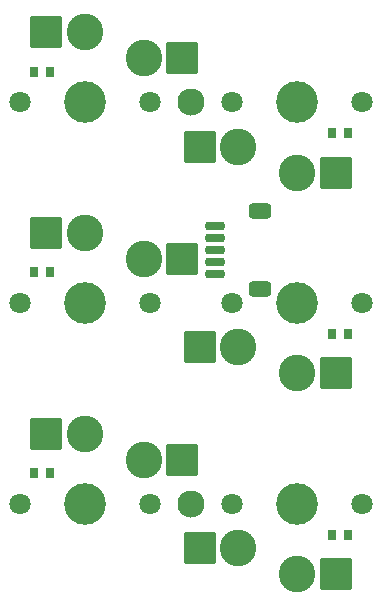
<source format=gbr>
%TF.GenerationSoftware,KiCad,Pcbnew,7.0.6-0*%
%TF.CreationDate,2023-08-01T13:24:21+08:00*%
%TF.ProjectId,thumb,7468756d-622e-46b6-9963-61645f706362,v1.0.0*%
%TF.SameCoordinates,Original*%
%TF.FileFunction,Soldermask,Bot*%
%TF.FilePolarity,Negative*%
%FSLAX46Y46*%
G04 Gerber Fmt 4.6, Leading zero omitted, Abs format (unit mm)*
G04 Created by KiCad (PCBNEW 7.0.6-0) date 2023-08-01 13:24:21*
%MOMM*%
%LPD*%
G01*
G04 APERTURE LIST*
G04 Aperture macros list*
%AMRoundRect*
0 Rectangle with rounded corners*
0 $1 Rounding radius*
0 $2 $3 $4 $5 $6 $7 $8 $9 X,Y pos of 4 corners*
0 Add a 4 corners polygon primitive as box body*
4,1,4,$2,$3,$4,$5,$6,$7,$8,$9,$2,$3,0*
0 Add four circle primitives for the rounded corners*
1,1,$1+$1,$2,$3*
1,1,$1+$1,$4,$5*
1,1,$1+$1,$6,$7*
1,1,$1+$1,$8,$9*
0 Add four rect primitives between the rounded corners*
20,1,$1+$1,$2,$3,$4,$5,0*
20,1,$1+$1,$4,$5,$6,$7,0*
20,1,$1+$1,$6,$7,$8,$9,0*
20,1,$1+$1,$8,$9,$2,$3,0*%
G04 Aperture macros list end*
%ADD10RoundRect,0.200000X-0.625000X0.150000X-0.625000X-0.150000X0.625000X-0.150000X0.625000X0.150000X0*%
%ADD11RoundRect,0.300000X-0.650000X0.350000X-0.650000X-0.350000X0.650000X-0.350000X0.650000X0.350000X0*%
%ADD12C,2.300000*%
%ADD13C,3.529000*%
%ADD14C,1.801800*%
%ADD15C,3.100000*%
%ADD16RoundRect,0.050000X-1.300000X-1.300000X1.300000X-1.300000X1.300000X1.300000X-1.300000X1.300000X0*%
%ADD17RoundRect,0.050000X-0.300000X-0.350000X0.300000X-0.350000X0.300000X0.350000X-0.300000X0.350000X0*%
%ADD18RoundRect,0.050000X0.300000X0.350000X-0.300000X0.350000X-0.300000X-0.350000X0.300000X-0.350000X0*%
G04 APERTURE END LIST*
D10*
%TO.C,JC1*%
X11000000Y19500000D03*
X11000000Y20500000D03*
X11000000Y21500000D03*
X11000000Y22500000D03*
X11000000Y23500000D03*
D11*
X14875000Y24800000D03*
X14875000Y18200000D03*
%TD*%
D12*
%TO.C,H1*%
X9000000Y34000000D03*
%TD*%
%TO.C,H2*%
X9000000Y0D03*
%TD*%
D13*
%TO.C,S1*%
X18000000Y34000000D03*
D14*
X23500000Y34000000D03*
X12500000Y34000000D03*
D15*
X13000000Y30250000D03*
X18000000Y28050000D03*
D16*
X21275000Y28050000D03*
X9725000Y30250000D03*
%TD*%
D17*
%TO.C,D1*%
X20900000Y31400000D03*
X22300000Y31400000D03*
%TD*%
D13*
%TO.C,S2*%
X18000000Y17000000D03*
D14*
X23500000Y17000000D03*
X12500000Y17000000D03*
D15*
X13000000Y13250000D03*
X18000000Y11050000D03*
D16*
X21275000Y11050000D03*
X9725000Y13250000D03*
%TD*%
D17*
%TO.C,D2*%
X20900000Y14400000D03*
X22300000Y14400000D03*
%TD*%
D13*
%TO.C,S3*%
X18000000Y0D03*
D14*
X23500000Y0D03*
X12500000Y0D03*
D15*
X13000000Y-3750000D03*
X18000000Y-5950000D03*
D16*
X21275000Y-5950000D03*
X9725000Y-3750000D03*
%TD*%
D17*
%TO.C,D3*%
X20900000Y-2600000D03*
X22300000Y-2600000D03*
%TD*%
D13*
%TO.C,S4*%
X0Y34000000D03*
D14*
X-5500000Y34000000D03*
X5500000Y34000000D03*
D15*
X5000000Y37750000D03*
X0Y39950000D03*
D16*
X-3275000Y39950000D03*
X8275000Y37750000D03*
%TD*%
D18*
%TO.C,D4*%
X-2900000Y36600000D03*
X-4300000Y36600000D03*
%TD*%
D13*
%TO.C,S5*%
X0Y17000000D03*
D14*
X-5500000Y17000000D03*
X5500000Y17000000D03*
D15*
X5000000Y20750000D03*
X0Y22950000D03*
D16*
X-3275000Y22950000D03*
X8275000Y20750000D03*
%TD*%
D18*
%TO.C,D5*%
X-2900000Y19600000D03*
X-4300000Y19600000D03*
%TD*%
D13*
%TO.C,S6*%
X0Y0D03*
D14*
X-5500000Y0D03*
X5500000Y0D03*
D15*
X5000000Y3750000D03*
X0Y5950000D03*
D16*
X-3275000Y5950000D03*
X8275000Y3750000D03*
%TD*%
D18*
%TO.C,D6*%
X-2900000Y2600000D03*
X-4300000Y2600000D03*
%TD*%
M02*

</source>
